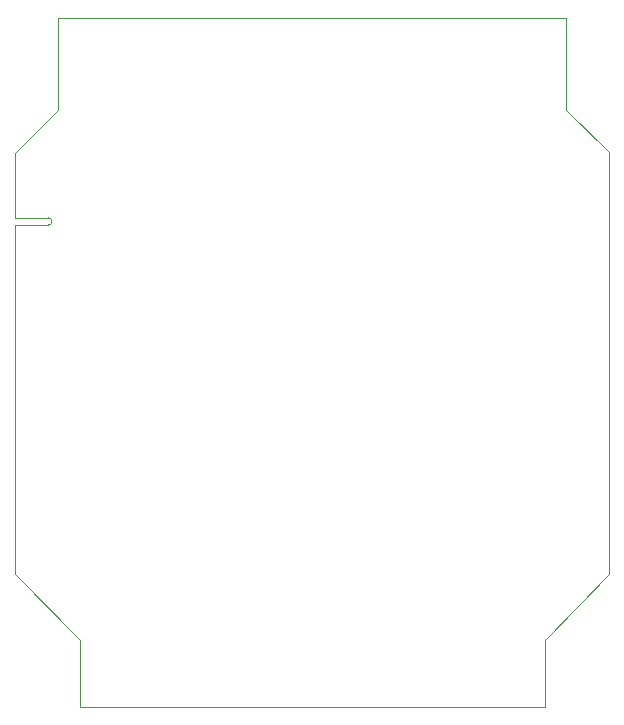
<source format=gm1>
%TF.GenerationSoftware,KiCad,Pcbnew,5.1.9*%
%TF.CreationDate,2021-03-03T17:23:20-06:00*%
%TF.ProjectId,ARC-Boat0,4152432d-426f-4617-9430-2e6b69636164,rev?*%
%TF.SameCoordinates,Original*%
%TF.FileFunction,Profile,NP*%
%FSLAX46Y46*%
G04 Gerber Fmt 4.6, Leading zero omitted, Abs format (unit mm)*
G04 Created by KiCad (PCBNEW 5.1.9) date 2021-03-03 17:23:20*
%MOMM*%
%LPD*%
G01*
G04 APERTURE LIST*
%TA.AperFunction,Profile*%
%ADD10C,0.050000*%
%TD*%
G04 APERTURE END LIST*
D10*
X142240000Y-92710000D02*
X142240000Y-86966000D01*
X97410000Y-45750000D02*
X97410000Y-47560000D01*
X147700000Y-81431000D02*
X142240000Y-86966000D01*
X147700000Y-81431000D02*
X147700000Y-45715000D01*
X147700000Y-45715000D02*
X144075000Y-42125000D01*
X97410000Y-81416000D02*
X97410000Y-57560000D01*
X101000000Y-42125000D02*
X97410000Y-45750000D01*
X102905000Y-86966000D02*
X97410000Y-81416000D01*
X102905000Y-92710000D02*
X102905000Y-86966000D01*
X101000000Y-34300000D02*
X101000000Y-42125000D01*
X144075000Y-34300000D02*
X144075000Y-42125000D01*
X101000000Y-34300000D02*
X144075000Y-34300000D01*
X102905000Y-92710000D02*
X142240000Y-92710000D01*
%TO.C,J2*%
X97410000Y-51860000D02*
X97410000Y-57560000D01*
X97410000Y-47560000D02*
X97410000Y-51260000D01*
X100210000Y-51860000D02*
X97410000Y-51860000D01*
X97410000Y-51260000D02*
X100210000Y-51260000D01*
X100210000Y-51860000D02*
G75*
G03*
X100210000Y-51260000I0J300000D01*
G01*
%TD*%
M02*

</source>
